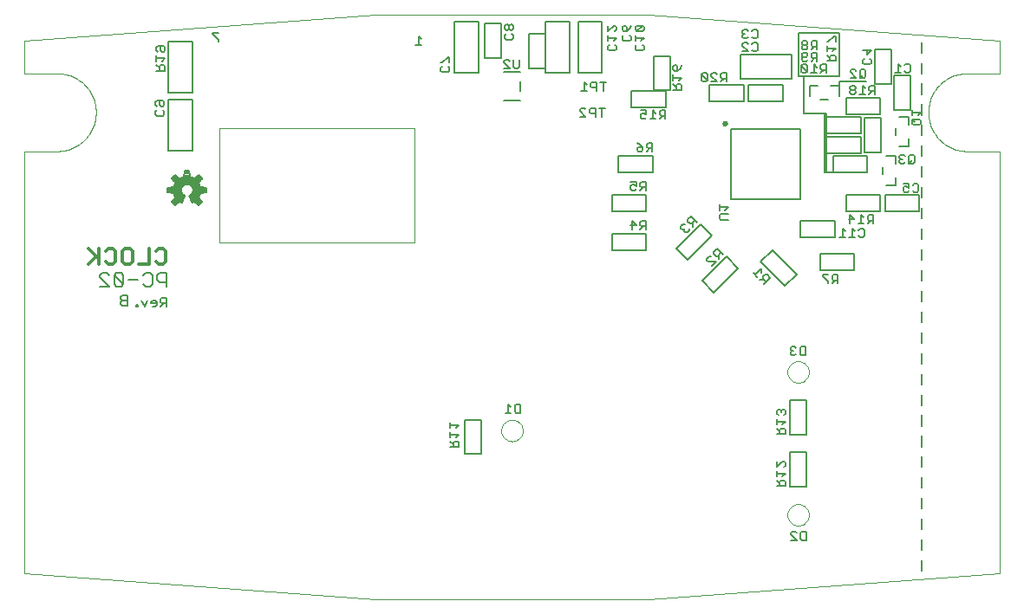
<source format=gbo>
G75*
G70*
%OFA0B0*%
%FSLAX24Y24*%
%IPPOS*%
%LPD*%
%AMOC8*
5,1,8,0,0,1.08239X$1,22.5*
%
%ADD10C,0.0000*%
%ADD11C,0.0070*%
%ADD12C,0.0080*%
%ADD13C,0.0120*%
%ADD14C,0.0100*%
D10*
X010400Y020400D02*
X023900Y019400D01*
X034400Y019400D01*
X047900Y020400D01*
X047900Y036650D01*
X046650Y036650D01*
X046574Y036652D01*
X046498Y036658D01*
X046423Y036667D01*
X046348Y036681D01*
X046274Y036698D01*
X046201Y036719D01*
X046129Y036743D01*
X046058Y036772D01*
X045989Y036803D01*
X045922Y036838D01*
X045857Y036877D01*
X045793Y036919D01*
X045732Y036964D01*
X045673Y037012D01*
X045617Y037063D01*
X045563Y037117D01*
X045512Y037173D01*
X045464Y037232D01*
X045419Y037293D01*
X045377Y037357D01*
X045338Y037422D01*
X045303Y037489D01*
X045272Y037558D01*
X045243Y037629D01*
X045219Y037701D01*
X045198Y037774D01*
X045181Y037848D01*
X045167Y037923D01*
X045158Y037998D01*
X045152Y038074D01*
X045150Y038150D01*
X045152Y038226D01*
X045158Y038302D01*
X045167Y038377D01*
X045181Y038452D01*
X045198Y038526D01*
X045219Y038599D01*
X045243Y038671D01*
X045272Y038742D01*
X045303Y038811D01*
X045338Y038878D01*
X045377Y038943D01*
X045419Y039007D01*
X045464Y039068D01*
X045512Y039127D01*
X045563Y039183D01*
X045617Y039237D01*
X045673Y039288D01*
X045732Y039336D01*
X045793Y039381D01*
X045857Y039423D01*
X045922Y039462D01*
X045989Y039497D01*
X046058Y039528D01*
X046129Y039557D01*
X046201Y039581D01*
X046274Y039602D01*
X046348Y039619D01*
X046423Y039633D01*
X046498Y039642D01*
X046574Y039648D01*
X046650Y039650D01*
X047900Y039650D01*
X047900Y040900D01*
X034400Y041900D01*
X023900Y041900D01*
X010400Y040900D01*
X010400Y039650D01*
X011650Y039650D01*
X011726Y039648D01*
X011802Y039642D01*
X011877Y039633D01*
X011952Y039619D01*
X012026Y039602D01*
X012099Y039581D01*
X012171Y039557D01*
X012242Y039528D01*
X012311Y039497D01*
X012378Y039462D01*
X012443Y039423D01*
X012507Y039381D01*
X012568Y039336D01*
X012627Y039288D01*
X012683Y039237D01*
X012737Y039183D01*
X012788Y039127D01*
X012836Y039068D01*
X012881Y039007D01*
X012923Y038943D01*
X012962Y038878D01*
X012997Y038811D01*
X013028Y038742D01*
X013057Y038671D01*
X013081Y038599D01*
X013102Y038526D01*
X013119Y038452D01*
X013133Y038377D01*
X013142Y038302D01*
X013148Y038226D01*
X013150Y038150D01*
X013148Y038074D01*
X013142Y037998D01*
X013133Y037923D01*
X013119Y037848D01*
X013102Y037774D01*
X013081Y037701D01*
X013057Y037629D01*
X013028Y037558D01*
X012997Y037489D01*
X012962Y037422D01*
X012923Y037357D01*
X012881Y037293D01*
X012836Y037232D01*
X012788Y037173D01*
X012737Y037117D01*
X012683Y037063D01*
X012627Y037012D01*
X012568Y036964D01*
X012507Y036919D01*
X012443Y036877D01*
X012378Y036838D01*
X012311Y036803D01*
X012242Y036772D01*
X012171Y036743D01*
X012099Y036719D01*
X012026Y036698D01*
X011952Y036681D01*
X011877Y036667D01*
X011802Y036658D01*
X011726Y036652D01*
X011650Y036650D01*
X010400Y036650D01*
X010400Y020400D01*
X017900Y033150D02*
X025400Y033150D01*
X025400Y037525D01*
X017900Y037525D01*
X017900Y033150D01*
X028737Y025900D02*
X028739Y025940D01*
X028745Y025981D01*
X028755Y026020D01*
X028768Y026058D01*
X028786Y026095D01*
X028807Y026129D01*
X028831Y026162D01*
X028858Y026192D01*
X028888Y026219D01*
X028921Y026243D01*
X028955Y026264D01*
X028992Y026282D01*
X029030Y026295D01*
X029069Y026305D01*
X029110Y026311D01*
X029150Y026313D01*
X029190Y026311D01*
X029231Y026305D01*
X029270Y026295D01*
X029308Y026282D01*
X029345Y026264D01*
X029379Y026243D01*
X029412Y026219D01*
X029442Y026192D01*
X029469Y026162D01*
X029493Y026129D01*
X029514Y026095D01*
X029532Y026058D01*
X029545Y026020D01*
X029555Y025981D01*
X029561Y025940D01*
X029563Y025900D01*
X029561Y025860D01*
X029555Y025819D01*
X029545Y025780D01*
X029532Y025742D01*
X029514Y025705D01*
X029493Y025671D01*
X029469Y025638D01*
X029442Y025608D01*
X029412Y025581D01*
X029379Y025557D01*
X029345Y025536D01*
X029308Y025518D01*
X029270Y025505D01*
X029231Y025495D01*
X029190Y025489D01*
X029150Y025487D01*
X029110Y025489D01*
X029069Y025495D01*
X029030Y025505D01*
X028992Y025518D01*
X028955Y025536D01*
X028921Y025557D01*
X028888Y025581D01*
X028858Y025608D01*
X028831Y025638D01*
X028807Y025671D01*
X028786Y025705D01*
X028768Y025742D01*
X028755Y025780D01*
X028745Y025819D01*
X028739Y025860D01*
X028737Y025900D01*
X039737Y028150D02*
X039739Y028190D01*
X039745Y028231D01*
X039755Y028270D01*
X039768Y028308D01*
X039786Y028345D01*
X039807Y028379D01*
X039831Y028412D01*
X039858Y028442D01*
X039888Y028469D01*
X039921Y028493D01*
X039955Y028514D01*
X039992Y028532D01*
X040030Y028545D01*
X040069Y028555D01*
X040110Y028561D01*
X040150Y028563D01*
X040190Y028561D01*
X040231Y028555D01*
X040270Y028545D01*
X040308Y028532D01*
X040345Y028514D01*
X040379Y028493D01*
X040412Y028469D01*
X040442Y028442D01*
X040469Y028412D01*
X040493Y028379D01*
X040514Y028345D01*
X040532Y028308D01*
X040545Y028270D01*
X040555Y028231D01*
X040561Y028190D01*
X040563Y028150D01*
X040561Y028110D01*
X040555Y028069D01*
X040545Y028030D01*
X040532Y027992D01*
X040514Y027955D01*
X040493Y027921D01*
X040469Y027888D01*
X040442Y027858D01*
X040412Y027831D01*
X040379Y027807D01*
X040345Y027786D01*
X040308Y027768D01*
X040270Y027755D01*
X040231Y027745D01*
X040190Y027739D01*
X040150Y027737D01*
X040110Y027739D01*
X040069Y027745D01*
X040030Y027755D01*
X039992Y027768D01*
X039955Y027786D01*
X039921Y027807D01*
X039888Y027831D01*
X039858Y027858D01*
X039831Y027888D01*
X039807Y027921D01*
X039786Y027955D01*
X039768Y027992D01*
X039755Y028030D01*
X039745Y028069D01*
X039739Y028110D01*
X039737Y028150D01*
X039737Y022650D02*
X039739Y022690D01*
X039745Y022731D01*
X039755Y022770D01*
X039768Y022808D01*
X039786Y022845D01*
X039807Y022879D01*
X039831Y022912D01*
X039858Y022942D01*
X039888Y022969D01*
X039921Y022993D01*
X039955Y023014D01*
X039992Y023032D01*
X040030Y023045D01*
X040069Y023055D01*
X040110Y023061D01*
X040150Y023063D01*
X040190Y023061D01*
X040231Y023055D01*
X040270Y023045D01*
X040308Y023032D01*
X040345Y023014D01*
X040379Y022993D01*
X040412Y022969D01*
X040442Y022942D01*
X040469Y022912D01*
X040493Y022879D01*
X040514Y022845D01*
X040532Y022808D01*
X040545Y022770D01*
X040555Y022731D01*
X040561Y022690D01*
X040563Y022650D01*
X040561Y022610D01*
X040555Y022569D01*
X040545Y022530D01*
X040532Y022492D01*
X040514Y022455D01*
X040493Y022421D01*
X040469Y022388D01*
X040442Y022358D01*
X040412Y022331D01*
X040379Y022307D01*
X040345Y022286D01*
X040308Y022268D01*
X040270Y022255D01*
X040231Y022245D01*
X040190Y022239D01*
X040150Y022237D01*
X040110Y022239D01*
X040069Y022245D01*
X040030Y022255D01*
X039992Y022268D01*
X039955Y022286D01*
X039921Y022307D01*
X039888Y022331D01*
X039858Y022358D01*
X039831Y022388D01*
X039807Y022421D01*
X039786Y022455D01*
X039768Y022492D01*
X039755Y022530D01*
X039745Y022569D01*
X039739Y022610D01*
X039737Y022650D01*
D11*
X039932Y022015D02*
X040042Y022015D01*
X040097Y021960D01*
X040245Y021960D02*
X040300Y022015D01*
X040465Y022015D01*
X040465Y021685D01*
X040300Y021685D01*
X040245Y021740D01*
X040245Y021960D01*
X040097Y021685D02*
X039876Y021905D01*
X039876Y021960D01*
X039932Y022015D01*
X039876Y021685D02*
X040097Y021685D01*
X039830Y023740D02*
X040470Y023740D01*
X040470Y025060D01*
X039830Y025060D01*
X039830Y023740D01*
X039655Y023760D02*
X039655Y023925D01*
X039600Y023980D01*
X039490Y023980D01*
X039435Y023925D01*
X039435Y023760D01*
X039325Y023760D02*
X039655Y023760D01*
X039435Y023870D02*
X039325Y023980D01*
X039325Y024128D02*
X039325Y024349D01*
X039325Y024238D02*
X039655Y024238D01*
X039545Y024128D01*
X039600Y024497D02*
X039655Y024552D01*
X039655Y024662D01*
X039600Y024717D01*
X039545Y024717D01*
X039325Y024497D01*
X039325Y024717D01*
X039325Y025760D02*
X039655Y025760D01*
X039655Y025925D01*
X039600Y025980D01*
X039490Y025980D01*
X039435Y025925D01*
X039435Y025760D01*
X039435Y025870D02*
X039325Y025980D01*
X039325Y026128D02*
X039325Y026349D01*
X039325Y026238D02*
X039655Y026238D01*
X039545Y026128D01*
X039600Y026497D02*
X039655Y026552D01*
X039655Y026662D01*
X039600Y026717D01*
X039545Y026717D01*
X039490Y026662D01*
X039435Y026717D01*
X039380Y026717D01*
X039325Y026662D01*
X039325Y026552D01*
X039380Y026497D01*
X039490Y026607D02*
X039490Y026662D01*
X039830Y027060D02*
X040470Y027060D01*
X040470Y025740D01*
X039830Y025740D01*
X039830Y027060D01*
X039902Y028795D02*
X040012Y028795D01*
X040067Y028850D01*
X040215Y028850D02*
X040215Y029070D01*
X040270Y029125D01*
X040435Y029125D01*
X040435Y028795D01*
X040270Y028795D01*
X040215Y028850D01*
X040067Y029070D02*
X040012Y029125D01*
X039902Y029125D01*
X039846Y029070D01*
X039846Y029015D01*
X039902Y028960D01*
X039846Y028905D01*
X039846Y028850D01*
X039902Y028795D01*
X039902Y028960D02*
X039957Y028960D01*
X039640Y031457D02*
X040093Y031910D01*
X039160Y032843D01*
X038707Y032390D01*
X039640Y031457D01*
X039065Y031785D02*
X038949Y031902D01*
X038871Y031902D01*
X038793Y031824D01*
X038793Y031746D01*
X038910Y031629D01*
X038832Y031551D02*
X039065Y031785D01*
X038832Y031707D02*
X038676Y031707D01*
X038571Y031812D02*
X038416Y031967D01*
X038494Y031890D02*
X038727Y032123D01*
X038727Y031967D01*
X037843Y032140D02*
X037390Y032593D01*
X036457Y031660D01*
X036910Y031207D01*
X037843Y032140D01*
X037256Y032656D02*
X037023Y032890D01*
X036906Y032773D01*
X036906Y032695D01*
X036984Y032617D01*
X037061Y032617D01*
X037178Y032734D01*
X037100Y032656D02*
X037100Y032500D01*
X036996Y032396D02*
X036684Y032396D01*
X036645Y032435D01*
X036645Y032512D01*
X036723Y032590D01*
X036801Y032590D01*
X036996Y032396D02*
X036840Y032240D01*
X035910Y032457D02*
X036843Y033390D01*
X036390Y033843D01*
X035457Y032910D01*
X035910Y032457D01*
X035879Y033529D02*
X035957Y033607D01*
X035957Y033685D01*
X035801Y033685D02*
X035762Y033646D01*
X035762Y033568D01*
X035801Y033529D01*
X035879Y033529D01*
X035762Y033646D02*
X035684Y033646D01*
X035645Y033685D01*
X035645Y033762D01*
X035723Y033840D01*
X035801Y033840D01*
X035906Y033945D02*
X035984Y033867D01*
X036061Y033867D01*
X036178Y033984D01*
X036100Y033906D02*
X036100Y033750D01*
X036256Y033906D02*
X036023Y034140D01*
X035906Y034023D01*
X035906Y033945D01*
X037122Y034069D02*
X037122Y034179D01*
X037177Y034234D01*
X037453Y034234D01*
X037343Y034382D02*
X037453Y034492D01*
X037122Y034492D01*
X037122Y034382D02*
X037122Y034602D01*
X037561Y034811D02*
X040239Y034811D01*
X040239Y037489D01*
X037561Y037489D01*
X037561Y034811D01*
X037453Y034014D02*
X037177Y034014D01*
X037122Y034069D01*
X034310Y034330D02*
X034310Y034970D01*
X032990Y034970D01*
X032990Y034330D01*
X034310Y034330D01*
X034295Y033975D02*
X034130Y033975D01*
X034075Y033920D01*
X034075Y033810D01*
X034130Y033755D01*
X034295Y033755D01*
X034295Y033645D02*
X034295Y033975D01*
X034185Y033755D02*
X034075Y033645D01*
X033927Y033810D02*
X033706Y033810D01*
X033762Y033645D02*
X033762Y033975D01*
X033927Y033810D01*
X034310Y033470D02*
X034310Y032830D01*
X032990Y032830D01*
X032990Y033470D01*
X034310Y033470D01*
X034295Y035145D02*
X034295Y035475D01*
X034130Y035475D01*
X034075Y035420D01*
X034075Y035310D01*
X034130Y035255D01*
X034295Y035255D01*
X034185Y035255D02*
X034075Y035145D01*
X033927Y035200D02*
X033872Y035145D01*
X033762Y035145D01*
X033706Y035200D01*
X033706Y035310D01*
X033762Y035365D01*
X033817Y035365D01*
X033927Y035310D01*
X033927Y035475D01*
X033706Y035475D01*
X033240Y035830D02*
X034560Y035830D01*
X034560Y036470D01*
X033240Y036470D01*
X033240Y035830D01*
X034012Y036645D02*
X033956Y036700D01*
X033956Y036755D01*
X034012Y036810D01*
X034177Y036810D01*
X034177Y036700D01*
X034122Y036645D01*
X034012Y036645D01*
X034177Y036810D02*
X034067Y036920D01*
X033956Y036975D01*
X034325Y036920D02*
X034325Y036810D01*
X034380Y036755D01*
X034545Y036755D01*
X034545Y036645D02*
X034545Y036975D01*
X034380Y036975D01*
X034325Y036920D01*
X034435Y036755D02*
X034325Y036645D01*
X034253Y037895D02*
X034308Y037950D01*
X034253Y037895D02*
X034143Y037895D01*
X034088Y037950D01*
X034088Y038060D01*
X034143Y038115D01*
X034198Y038115D01*
X034308Y038060D01*
X034308Y038225D01*
X034088Y038225D01*
X033740Y038330D02*
X035060Y038330D01*
X035060Y038970D01*
X033740Y038970D01*
X033740Y038330D01*
X034456Y037895D02*
X034677Y037895D01*
X034567Y037895D02*
X034567Y038225D01*
X034677Y038115D01*
X034825Y038060D02*
X034880Y038005D01*
X035045Y038005D01*
X035045Y037895D02*
X035045Y038225D01*
X034880Y038225D01*
X034825Y038170D01*
X034825Y038060D01*
X034935Y038005D02*
X034825Y037895D01*
X034580Y038990D02*
X035220Y038990D01*
X035220Y040310D01*
X034580Y040310D01*
X034580Y038990D01*
X035345Y039005D02*
X035675Y039005D01*
X035675Y039170D01*
X035620Y039225D01*
X035510Y039225D01*
X035455Y039170D01*
X035455Y039005D01*
X035455Y039115D02*
X035345Y039225D01*
X035345Y039373D02*
X035345Y039594D01*
X035345Y039483D02*
X035675Y039483D01*
X035565Y039373D01*
X035510Y039742D02*
X035510Y039907D01*
X035455Y039962D01*
X035400Y039962D01*
X035345Y039907D01*
X035345Y039797D01*
X035400Y039742D01*
X035510Y039742D01*
X035620Y039852D01*
X035675Y039962D01*
X036433Y039600D02*
X036653Y039380D01*
X036598Y039325D01*
X036488Y039325D01*
X036433Y039380D01*
X036433Y039600D01*
X036488Y039655D01*
X036598Y039655D01*
X036653Y039600D01*
X036653Y039380D01*
X036801Y039325D02*
X037022Y039325D01*
X036801Y039545D01*
X036801Y039600D01*
X036856Y039655D01*
X036967Y039655D01*
X037022Y039600D01*
X037170Y039600D02*
X037170Y039490D01*
X037225Y039435D01*
X037390Y039435D01*
X037390Y039325D02*
X037390Y039655D01*
X037225Y039655D01*
X037170Y039600D01*
X037280Y039435D02*
X037170Y039325D01*
X036740Y039220D02*
X036740Y038580D01*
X038060Y038580D01*
X038060Y039220D01*
X036740Y039220D01*
X037920Y039440D02*
X037920Y040360D01*
X039880Y040360D01*
X039880Y039440D01*
X037920Y039440D01*
X038240Y039220D02*
X038240Y038580D01*
X039560Y038580D01*
X039560Y039220D01*
X038240Y039220D01*
X038227Y040495D02*
X038006Y040715D01*
X038006Y040770D01*
X038062Y040825D01*
X038172Y040825D01*
X038227Y040770D01*
X038375Y040770D02*
X038430Y040825D01*
X038540Y040825D01*
X038595Y040770D01*
X038595Y040550D01*
X038540Y040495D01*
X038430Y040495D01*
X038375Y040550D01*
X038227Y040495D02*
X038006Y040495D01*
X038052Y040995D02*
X038162Y040995D01*
X038217Y041050D01*
X038365Y041050D02*
X038420Y040995D01*
X038530Y040995D01*
X038585Y041050D01*
X038585Y041270D01*
X038530Y041325D01*
X038420Y041325D01*
X038365Y041270D01*
X038217Y041270D02*
X038162Y041325D01*
X038052Y041325D01*
X037996Y041270D01*
X037996Y041215D01*
X038052Y041160D01*
X037996Y041105D01*
X037996Y041050D01*
X038052Y040995D01*
X038052Y041160D02*
X038107Y041160D01*
X040170Y041190D02*
X040170Y039550D01*
X040360Y039550D01*
X040360Y038110D01*
X041170Y038110D01*
X041170Y035830D01*
X041240Y035830D01*
X041240Y038110D01*
X041170Y038110D01*
X041240Y037970D02*
X041240Y037330D01*
X042560Y037330D01*
X042560Y037970D01*
X041240Y037970D01*
X041288Y038644D02*
X041012Y038644D01*
X040579Y038782D02*
X040579Y039156D01*
X040894Y039156D01*
X040857Y039665D02*
X040636Y039665D01*
X040747Y039665D02*
X040747Y039995D01*
X040857Y039885D01*
X041005Y039830D02*
X041060Y039775D01*
X041225Y039775D01*
X041225Y039665D02*
X041225Y039995D01*
X041060Y039995D01*
X041005Y039940D01*
X041005Y039830D01*
X041115Y039775D02*
X041005Y039665D01*
X040875Y040115D02*
X040875Y040445D01*
X040710Y040445D01*
X040655Y040390D01*
X040655Y040280D01*
X040710Y040225D01*
X040875Y040225D01*
X040765Y040225D02*
X040655Y040115D01*
X040507Y040170D02*
X040452Y040115D01*
X040342Y040115D01*
X040286Y040170D01*
X040286Y040390D01*
X040342Y040445D01*
X040452Y040445D01*
X040507Y040390D01*
X040507Y040335D01*
X040452Y040280D01*
X040286Y040280D01*
X040323Y039995D02*
X040268Y039940D01*
X040488Y039720D01*
X040433Y039665D01*
X040323Y039665D01*
X040268Y039720D01*
X040268Y039940D01*
X040323Y039995D02*
X040433Y039995D01*
X040488Y039940D01*
X040488Y039720D01*
X040360Y039550D02*
X041740Y039550D01*
X041740Y041190D01*
X040170Y041190D01*
X040342Y040895D02*
X040286Y040840D01*
X040286Y040785D01*
X040342Y040730D01*
X040452Y040730D01*
X040507Y040785D01*
X040507Y040840D01*
X040452Y040895D01*
X040342Y040895D01*
X040342Y040730D02*
X040286Y040675D01*
X040286Y040620D01*
X040342Y040565D01*
X040452Y040565D01*
X040507Y040620D01*
X040507Y040675D01*
X040452Y040730D01*
X040655Y040730D02*
X040710Y040675D01*
X040875Y040675D01*
X040875Y040565D02*
X040875Y040895D01*
X040710Y040895D01*
X040655Y040840D01*
X040655Y040730D01*
X040765Y040675D02*
X040655Y040565D01*
X041250Y040603D02*
X041580Y040603D01*
X041470Y040493D01*
X041525Y040345D02*
X041415Y040345D01*
X041360Y040290D01*
X041360Y040125D01*
X041250Y040125D02*
X041580Y040125D01*
X041580Y040290D01*
X041525Y040345D01*
X041360Y040235D02*
X041250Y040345D01*
X041250Y040493D02*
X041250Y040714D01*
X041250Y040862D02*
X041305Y040862D01*
X041525Y041082D01*
X041580Y041082D01*
X041580Y040862D01*
X042635Y040532D02*
X042965Y040532D01*
X042800Y040367D01*
X042800Y040587D01*
X043080Y040560D02*
X043080Y039240D01*
X043720Y039240D01*
X043720Y040560D01*
X043080Y040560D01*
X042910Y040219D02*
X042965Y040164D01*
X042965Y040053D01*
X042910Y039998D01*
X042690Y039998D01*
X042635Y040053D01*
X042635Y040164D01*
X042690Y040219D01*
X042681Y039806D02*
X042571Y039806D01*
X042516Y039751D01*
X042516Y039530D01*
X042571Y039475D01*
X042681Y039475D01*
X042736Y039530D01*
X042736Y039751D01*
X042681Y039806D01*
X042626Y039585D02*
X042516Y039475D01*
X042368Y039475D02*
X042148Y039696D01*
X042148Y039751D01*
X042203Y039806D01*
X042313Y039806D01*
X042368Y039751D01*
X042368Y039475D02*
X042148Y039475D01*
X042193Y039175D02*
X042138Y039120D01*
X042138Y039065D01*
X042193Y039010D01*
X042303Y039010D01*
X042358Y039065D01*
X042358Y039120D01*
X042303Y039175D01*
X042193Y039175D01*
X042193Y039010D02*
X042138Y038955D01*
X042138Y038900D01*
X042193Y038845D01*
X042303Y038845D01*
X042358Y038900D01*
X042358Y038955D01*
X042303Y039010D01*
X042506Y038845D02*
X042727Y038845D01*
X042617Y038845D02*
X042617Y039175D01*
X042727Y039065D01*
X042875Y039010D02*
X042930Y038955D01*
X043095Y038955D01*
X043095Y038845D02*
X043095Y039175D01*
X042930Y039175D01*
X042875Y039120D01*
X042875Y039010D01*
X042985Y038955D02*
X042875Y038845D01*
X043310Y038720D02*
X043310Y038080D01*
X041990Y038080D01*
X041990Y038720D01*
X043310Y038720D01*
X043830Y038240D02*
X044470Y038240D01*
X044470Y039560D01*
X043830Y039560D01*
X043830Y038240D01*
X044032Y037971D02*
X044406Y037971D01*
X044406Y037656D01*
X044535Y037714D02*
X044590Y037659D01*
X044810Y037659D01*
X044865Y037714D01*
X044865Y037825D01*
X044810Y037880D01*
X044590Y037880D01*
X044535Y037825D01*
X044535Y037714D01*
X044645Y037770D02*
X044535Y037880D01*
X044535Y038028D02*
X044535Y038248D01*
X044535Y038138D02*
X044865Y038138D01*
X044755Y038028D01*
X044900Y038052D02*
X044900Y038456D01*
X044900Y038850D02*
X044900Y039254D01*
X044900Y039648D02*
X044900Y040052D01*
X044900Y040446D02*
X044900Y040850D01*
X044410Y040015D02*
X044465Y039960D01*
X044465Y039740D01*
X044410Y039685D01*
X044300Y039685D01*
X044245Y039740D01*
X044097Y039685D02*
X043876Y039685D01*
X043987Y039685D02*
X043987Y040015D01*
X044097Y039905D01*
X044245Y039960D02*
X044300Y040015D01*
X044410Y040015D01*
X042750Y039350D02*
X041720Y039350D01*
X041720Y039150D01*
X041721Y039156D02*
X041721Y038782D01*
X041721Y039156D02*
X041406Y039156D01*
X042705Y037935D02*
X043345Y037935D01*
X043345Y036615D01*
X042705Y036615D01*
X042705Y037935D01*
X042560Y037220D02*
X041240Y037220D01*
X041240Y036580D01*
X042560Y036580D01*
X042560Y037220D01*
X042810Y036470D02*
X041490Y036470D01*
X041490Y035830D01*
X041240Y035830D01*
X041490Y035830D02*
X042810Y035830D01*
X042810Y036470D01*
X043394Y036038D02*
X043394Y035762D01*
X043532Y035329D02*
X043906Y035329D01*
X043906Y035644D01*
X044183Y035405D02*
X044403Y035405D01*
X044403Y035240D01*
X044293Y035295D01*
X044238Y035295D01*
X044183Y035240D01*
X044183Y035130D01*
X044238Y035075D01*
X044348Y035075D01*
X044403Y035130D01*
X044551Y035130D02*
X044606Y035075D01*
X044717Y035075D01*
X044772Y035130D01*
X044772Y035350D01*
X044717Y035405D01*
X044606Y035405D01*
X044551Y035350D01*
X044900Y035265D02*
X044900Y034861D01*
X044810Y034970D02*
X044810Y034330D01*
X043490Y034330D01*
X043490Y034970D01*
X044810Y034970D01*
X044900Y034467D02*
X044900Y034063D01*
X044900Y033669D02*
X044900Y033265D01*
X044900Y032872D02*
X044900Y032468D01*
X044900Y032074D02*
X044900Y031670D01*
X044900Y031276D02*
X044900Y030872D01*
X044900Y030478D02*
X044900Y030074D01*
X044900Y029680D02*
X044900Y029276D01*
X044900Y028882D02*
X044900Y028478D01*
X044900Y028085D02*
X044900Y027681D01*
X044900Y027287D02*
X044900Y026883D01*
X044900Y026489D02*
X044900Y026085D01*
X044900Y025691D02*
X044900Y025287D01*
X044900Y024893D02*
X044900Y024489D01*
X044900Y024095D02*
X044900Y023691D01*
X044900Y023298D02*
X044900Y022894D01*
X044900Y022500D02*
X044900Y022096D01*
X044900Y021702D02*
X044900Y021298D01*
X044900Y020904D02*
X044900Y020500D01*
X041672Y031575D02*
X041672Y031905D01*
X041506Y031905D01*
X041451Y031850D01*
X041451Y031740D01*
X041506Y031685D01*
X041672Y031685D01*
X041562Y031685D02*
X041451Y031575D01*
X041303Y031575D02*
X041303Y031630D01*
X041083Y031850D01*
X041083Y031905D01*
X041303Y031905D01*
X040990Y032080D02*
X040990Y032720D01*
X042310Y032720D01*
X042310Y032080D01*
X040990Y032080D01*
X041560Y033330D02*
X040240Y033330D01*
X040240Y033970D01*
X041560Y033970D01*
X041560Y033330D01*
X041738Y033345D02*
X041958Y033345D01*
X041848Y033345D02*
X041848Y033675D01*
X041958Y033565D01*
X042106Y033345D02*
X042327Y033345D01*
X042217Y033345D02*
X042217Y033675D01*
X042327Y033565D01*
X042475Y033620D02*
X042530Y033675D01*
X042640Y033675D01*
X042695Y033620D01*
X042695Y033400D01*
X042640Y033345D01*
X042530Y033345D01*
X042475Y033400D01*
X042451Y033875D02*
X042672Y033875D01*
X042562Y033875D02*
X042562Y034205D01*
X042672Y034095D01*
X042820Y034040D02*
X042875Y033985D01*
X043040Y033985D01*
X043040Y033875D02*
X043040Y034205D01*
X042875Y034205D01*
X042820Y034150D01*
X042820Y034040D01*
X042930Y033985D02*
X042820Y033875D01*
X042303Y034040D02*
X042138Y034205D01*
X042138Y033875D01*
X042083Y034040D02*
X042303Y034040D01*
X041990Y034330D02*
X041990Y034970D01*
X043310Y034970D01*
X043310Y034330D01*
X041990Y034330D01*
X043906Y036156D02*
X043906Y036471D01*
X043532Y036471D01*
X044038Y036461D02*
X044038Y036406D01*
X044093Y036351D01*
X044038Y036295D01*
X044038Y036240D01*
X044093Y036185D01*
X044203Y036185D01*
X044258Y036240D01*
X044406Y036240D02*
X044461Y036185D01*
X044571Y036185D01*
X044626Y036240D01*
X044626Y036461D01*
X044571Y036516D01*
X044461Y036516D01*
X044406Y036461D01*
X044406Y036240D01*
X044406Y036185D02*
X044516Y036295D01*
X044258Y036461D02*
X044203Y036516D01*
X044093Y036516D01*
X044038Y036461D01*
X044093Y036351D02*
X044148Y036351D01*
X044032Y036829D02*
X044406Y036829D01*
X044406Y037144D01*
X044900Y037255D02*
X044900Y037659D01*
X044900Y036861D02*
X044900Y036457D01*
X044900Y036063D02*
X044900Y035659D01*
X043894Y037262D02*
X043894Y037538D01*
X034215Y040585D02*
X034160Y040530D01*
X033940Y040530D01*
X033885Y040585D01*
X033885Y040695D01*
X033940Y040750D01*
X033885Y040898D02*
X033885Y041119D01*
X033885Y041008D02*
X034215Y041008D01*
X034105Y040898D01*
X034160Y040750D02*
X034215Y040695D01*
X034215Y040585D01*
X033715Y040953D02*
X033660Y040898D01*
X033440Y040898D01*
X033385Y040953D01*
X033385Y041064D01*
X033440Y041119D01*
X033440Y041267D02*
X033385Y041322D01*
X033385Y041432D01*
X033440Y041487D01*
X033495Y041487D01*
X033550Y041432D01*
X033550Y041267D01*
X033440Y041267D01*
X033550Y041267D02*
X033660Y041377D01*
X033715Y041487D01*
X033885Y041432D02*
X033885Y041322D01*
X033940Y041267D01*
X034160Y041487D01*
X033940Y041487D01*
X033885Y041432D01*
X033940Y041267D02*
X034160Y041267D01*
X034215Y041322D01*
X034215Y041432D01*
X034160Y041487D01*
X033715Y041064D02*
X033715Y040953D01*
X033715Y041064D02*
X033660Y041119D01*
X033165Y041008D02*
X032835Y041008D01*
X032835Y040898D02*
X032835Y041119D01*
X032835Y041267D02*
X033055Y041487D01*
X033110Y041487D01*
X033165Y041432D01*
X033165Y041322D01*
X033110Y041267D01*
X033165Y041008D02*
X033055Y040898D01*
X033110Y040750D02*
X033165Y040695D01*
X033165Y040585D01*
X033110Y040530D01*
X032890Y040530D01*
X032835Y040585D01*
X032835Y040695D01*
X032890Y040750D01*
X032835Y041267D02*
X032835Y041487D01*
X032610Y041630D02*
X032610Y039670D01*
X031690Y039670D01*
X031690Y041630D01*
X032610Y041630D01*
X031360Y041630D02*
X031360Y039670D01*
X030440Y039670D01*
X030440Y041630D01*
X031360Y041630D01*
X030420Y041160D02*
X029780Y041160D01*
X029780Y039840D01*
X030420Y039840D01*
X030420Y041160D01*
X029190Y041100D02*
X029190Y040990D01*
X029135Y040935D01*
X028915Y040935D01*
X028860Y040990D01*
X028860Y041100D01*
X028915Y041155D01*
X028915Y041303D02*
X028970Y041303D01*
X029025Y041358D01*
X029025Y041468D01*
X028970Y041524D01*
X028915Y041524D01*
X028860Y041468D01*
X028860Y041358D01*
X028915Y041303D01*
X029025Y041358D02*
X029080Y041303D01*
X029135Y041303D01*
X029190Y041358D01*
X029190Y041468D01*
X029135Y041524D01*
X029080Y041524D01*
X029025Y041468D01*
X028720Y041560D02*
X028080Y041560D01*
X028080Y040240D01*
X028720Y040240D01*
X028720Y041560D01*
X029135Y041155D02*
X029190Y041100D01*
X029195Y040165D02*
X029195Y039890D01*
X029250Y039835D01*
X029360Y039835D01*
X029415Y039890D01*
X029415Y040165D01*
X029047Y040110D02*
X028992Y040165D01*
X028882Y040165D01*
X028826Y040110D01*
X028826Y040055D01*
X029047Y039835D01*
X028826Y039835D01*
X028831Y039710D02*
X029469Y039710D01*
X029469Y039336D02*
X029469Y038974D01*
X029469Y038590D02*
X028831Y038590D01*
X027860Y039670D02*
X026940Y039670D01*
X026940Y041630D01*
X027860Y041630D01*
X027860Y039670D01*
X026740Y039753D02*
X026685Y039698D01*
X026465Y039698D01*
X026410Y039753D01*
X026410Y039864D01*
X026465Y039919D01*
X026465Y040067D02*
X026410Y040067D01*
X026465Y040067D02*
X026685Y040287D01*
X026740Y040287D01*
X026740Y040067D01*
X026685Y039919D02*
X026740Y039864D01*
X026740Y039753D01*
X025665Y040735D02*
X025445Y040735D01*
X025555Y040735D02*
X025555Y041065D01*
X025665Y040955D01*
X031758Y038260D02*
X031758Y038205D01*
X031978Y037985D01*
X031758Y037985D01*
X031758Y038260D02*
X031813Y038315D01*
X031923Y038315D01*
X031978Y038260D01*
X032126Y038260D02*
X032126Y038150D01*
X032182Y038095D01*
X032347Y038095D01*
X032347Y037985D02*
X032347Y038315D01*
X032182Y038315D01*
X032126Y038260D01*
X032495Y038315D02*
X032715Y038315D01*
X032605Y038315D02*
X032605Y037985D01*
X032655Y038985D02*
X032655Y039315D01*
X032765Y039315D02*
X032545Y039315D01*
X032397Y039315D02*
X032397Y038985D01*
X032397Y039095D02*
X032232Y039095D01*
X032176Y039150D01*
X032176Y039260D01*
X032232Y039315D01*
X032397Y039315D01*
X032028Y039205D02*
X031918Y039315D01*
X031918Y038985D01*
X032028Y038985D02*
X031808Y038985D01*
X017865Y040885D02*
X017865Y040940D01*
X017645Y041160D01*
X017645Y041215D01*
X017865Y041215D01*
X016860Y040880D02*
X015940Y040880D01*
X015940Y038920D01*
X016860Y038920D01*
X016860Y040880D01*
X015805Y040652D02*
X015805Y040542D01*
X015750Y040487D01*
X015695Y040487D01*
X015640Y040542D01*
X015640Y040707D01*
X015530Y040707D02*
X015750Y040707D01*
X015805Y040652D01*
X015530Y040707D02*
X015475Y040652D01*
X015475Y040542D01*
X015530Y040487D01*
X015475Y040339D02*
X015475Y040118D01*
X015475Y040228D02*
X015805Y040228D01*
X015695Y040118D01*
X015640Y039970D02*
X015585Y039915D01*
X015585Y039750D01*
X015475Y039750D02*
X015805Y039750D01*
X015805Y039915D01*
X015750Y039970D01*
X015640Y039970D01*
X015585Y039860D02*
X015475Y039970D01*
X015500Y038604D02*
X015720Y038604D01*
X015775Y038548D01*
X015775Y038438D01*
X015720Y038383D01*
X015665Y038383D01*
X015610Y038438D01*
X015610Y038604D01*
X015500Y038604D02*
X015445Y038548D01*
X015445Y038438D01*
X015500Y038383D01*
X015500Y038235D02*
X015445Y038180D01*
X015445Y038070D01*
X015500Y038015D01*
X015720Y038015D01*
X015775Y038070D01*
X015775Y038180D01*
X015720Y038235D01*
X015940Y038630D02*
X016860Y038630D01*
X016860Y036670D01*
X015940Y036670D01*
X015940Y038630D01*
X016559Y035894D02*
X016741Y035894D01*
X016766Y035652D01*
X016847Y035626D01*
X016923Y035587D01*
X017112Y035741D01*
X017241Y035612D01*
X017087Y035423D01*
X017126Y035347D01*
X017152Y035266D01*
X017394Y035241D01*
X017394Y035059D01*
X017152Y035034D01*
X017126Y034953D01*
X017087Y034877D01*
X017241Y034688D01*
X017112Y034559D01*
X016923Y034713D01*
X016847Y034674D01*
X016740Y034933D01*
X016780Y034955D01*
X016816Y034984D01*
X016845Y035020D01*
X016867Y035060D01*
X016880Y035104D01*
X016884Y035150D01*
X016879Y035200D01*
X016863Y035248D01*
X016837Y035291D01*
X016802Y035328D01*
X016760Y035357D01*
X016714Y035376D01*
X016664Y035384D01*
X016613Y035381D01*
X016565Y035368D01*
X016520Y035345D01*
X016481Y035312D01*
X016450Y035272D01*
X016429Y035227D01*
X016417Y035178D01*
X016417Y035127D01*
X016427Y035078D01*
X016448Y035031D01*
X016478Y034991D01*
X016516Y034958D01*
X016560Y034933D01*
X016453Y034674D01*
X016377Y034713D01*
X016188Y034559D01*
X016059Y034688D01*
X016213Y034877D01*
X016174Y034953D01*
X016148Y035034D01*
X015906Y035059D01*
X015906Y035241D01*
X016148Y035266D01*
X016174Y035347D01*
X016213Y035423D01*
X016059Y035612D01*
X016188Y035741D01*
X016377Y035587D01*
X016453Y035626D01*
X016534Y035652D01*
X016559Y035894D01*
X016555Y035856D02*
X016745Y035856D01*
X016752Y035788D02*
X016548Y035788D01*
X016541Y035719D02*
X016759Y035719D01*
X016772Y035651D02*
X016528Y035651D01*
X016299Y035651D02*
X016098Y035651D01*
X016083Y035582D02*
X017217Y035582D01*
X017202Y035651D02*
X017001Y035651D01*
X017085Y035719D02*
X017134Y035719D01*
X017161Y035514D02*
X016139Y035514D01*
X016195Y035445D02*
X017105Y035445D01*
X017111Y035377D02*
X016708Y035377D01*
X016595Y035377D02*
X016189Y035377D01*
X016161Y035308D02*
X016478Y035308D01*
X016435Y035240D02*
X015906Y035240D01*
X015906Y035171D02*
X016417Y035171D01*
X016422Y035103D02*
X015906Y035103D01*
X016148Y035034D02*
X016447Y035034D01*
X016507Y034966D02*
X016170Y034966D01*
X016202Y034897D02*
X016545Y034897D01*
X016517Y034829D02*
X016173Y034829D01*
X016118Y034760D02*
X016488Y034760D01*
X016460Y034692D02*
X016418Y034692D01*
X016351Y034692D02*
X016062Y034692D01*
X016124Y034623D02*
X016267Y034623D01*
X016783Y034829D02*
X017127Y034829D01*
X017098Y034897D02*
X016755Y034897D01*
X016793Y034966D02*
X017130Y034966D01*
X017152Y035034D02*
X016852Y035034D01*
X016879Y035103D02*
X017394Y035103D01*
X017394Y035171D02*
X016882Y035171D01*
X016866Y035240D02*
X017394Y035240D01*
X017139Y035308D02*
X016821Y035308D01*
X016812Y034760D02*
X017182Y034760D01*
X017238Y034692D02*
X016949Y034692D01*
X016882Y034692D02*
X016840Y034692D01*
X017033Y034623D02*
X017176Y034623D01*
X016215Y035719D02*
X016166Y035719D01*
X015865Y031965D02*
X015600Y031965D01*
X015511Y031877D01*
X015511Y031700D01*
X015600Y031612D01*
X015865Y031612D01*
X015865Y031435D02*
X015865Y031965D01*
X015313Y031877D02*
X015313Y031523D01*
X015224Y031435D01*
X015047Y031435D01*
X014959Y031523D01*
X014760Y031700D02*
X014406Y031700D01*
X014208Y031523D02*
X013854Y031877D01*
X013854Y031523D01*
X013942Y031435D01*
X014119Y031435D01*
X014208Y031523D01*
X014208Y031877D01*
X014119Y031965D01*
X013942Y031965D01*
X013854Y031877D01*
X013655Y031877D02*
X013567Y031965D01*
X013390Y031965D01*
X013301Y031877D01*
X013301Y031789D01*
X013655Y031435D01*
X013301Y031435D01*
X014705Y030740D02*
X014705Y030685D01*
X014760Y030685D01*
X014760Y030740D01*
X014705Y030740D01*
X014908Y030905D02*
X015018Y030685D01*
X015128Y030905D01*
X015276Y030850D02*
X015276Y030795D01*
X015497Y030795D01*
X015497Y030740D02*
X015497Y030850D01*
X015442Y030905D01*
X015332Y030905D01*
X015276Y030850D01*
X015332Y030685D02*
X015442Y030685D01*
X015497Y030740D01*
X015645Y030685D02*
X015755Y030795D01*
X015700Y030795D02*
X015865Y030795D01*
X015865Y030685D02*
X015865Y031015D01*
X015700Y031015D01*
X015645Y030960D01*
X015645Y030850D01*
X015700Y030795D01*
X015313Y031877D02*
X015224Y031965D01*
X015047Y031965D01*
X014959Y031877D01*
X026775Y026217D02*
X026775Y025997D01*
X026775Y026107D02*
X027105Y026107D01*
X026995Y025997D01*
X026775Y025849D02*
X026775Y025628D01*
X026775Y025738D02*
X027105Y025738D01*
X026995Y025628D01*
X026940Y025480D02*
X026885Y025425D01*
X026885Y025260D01*
X026775Y025260D02*
X027105Y025260D01*
X027105Y025425D01*
X027050Y025480D01*
X026940Y025480D01*
X026885Y025370D02*
X026775Y025480D01*
X027330Y024990D02*
X027970Y024990D01*
X027970Y026310D01*
X027330Y026310D01*
X027330Y024990D01*
X028885Y026586D02*
X029105Y026586D01*
X028995Y026586D02*
X028995Y026916D01*
X029105Y026806D01*
X029253Y026861D02*
X029309Y026916D01*
X029474Y026916D01*
X029474Y026586D01*
X029309Y026586D01*
X029253Y026641D01*
X029253Y026861D01*
D12*
X014360Y030690D02*
X014150Y030690D01*
X014080Y030760D01*
X014080Y030830D01*
X014150Y030900D01*
X014360Y030900D01*
X014360Y030690D02*
X014360Y031110D01*
X014150Y031110D01*
X014080Y031040D01*
X014080Y030970D01*
X014150Y030900D01*
D13*
X014261Y032310D02*
X014164Y032407D01*
X014164Y032794D01*
X014261Y032890D01*
X014454Y032890D01*
X014551Y032794D01*
X014551Y032407D01*
X014454Y032310D01*
X014261Y032310D01*
X013906Y032407D02*
X013810Y032310D01*
X013616Y032310D01*
X013519Y032407D01*
X013262Y032503D02*
X012875Y032890D01*
X013262Y032890D02*
X013262Y032310D01*
X013165Y032600D02*
X012875Y032310D01*
X013519Y032794D02*
X013616Y032890D01*
X013810Y032890D01*
X013906Y032794D01*
X013906Y032407D01*
X014808Y032310D02*
X015195Y032310D01*
X015195Y032890D01*
X015453Y032794D02*
X015550Y032890D01*
X015743Y032890D01*
X015840Y032794D01*
X015840Y032407D01*
X015743Y032310D01*
X015550Y032310D01*
X015453Y032407D01*
D14*
X037266Y037725D02*
X037268Y037740D01*
X037273Y037753D01*
X037282Y037765D01*
X037293Y037775D01*
X037307Y037781D01*
X037321Y037784D01*
X037336Y037783D01*
X037350Y037778D01*
X037363Y037770D01*
X037373Y037760D01*
X037380Y037747D01*
X037384Y037732D01*
X037384Y037718D01*
X037380Y037703D01*
X037373Y037690D01*
X037363Y037680D01*
X037350Y037672D01*
X037336Y037667D01*
X037321Y037666D01*
X037307Y037669D01*
X037293Y037675D01*
X037282Y037685D01*
X037273Y037697D01*
X037268Y037710D01*
X037266Y037725D01*
M02*

</source>
